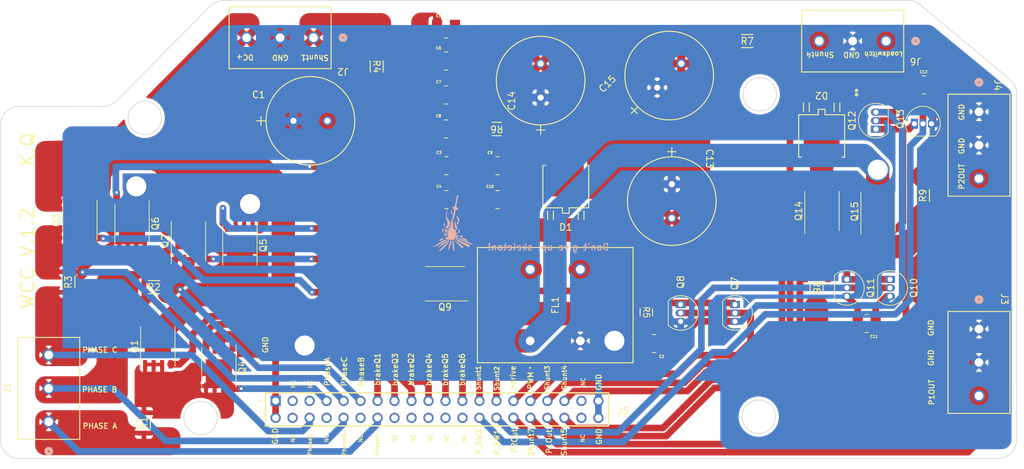
<source format=kicad_pcb>
(kicad_pcb (version 20211014) (generator pcbnew)
  (layers (0 "F.Cu" signal) (31 "B.Cu" signal) (34 "B.Paste" user) (35 "F.Paste" user) (36 "B.SilkS" user "B.Silkscreen") (37 "F.SilkS" user "F.Silkscreen") (38 "B.Mask" user) (39 "F.Mask" user) (44 "Edge.Cuts" user))
  (net 0 "")
  (net 1 "GND")
  (net 2 "Vdrive")
  (net 3 "Shunt2")
  (net 4 "Net-(C10-Pad1)")
  (net 5 "Net-(C3-Pad2)")
  (net 6 "Shunt3")
  (net 7 "PhaseA+")
  (net 8 "PhaseB+")
  (net 9 "PhaseC+")
  (net 11 "PWM_sig")
  (net 12 "PowerSW1")
  (net 13 "Shunt1")
  (net 14 "Shunt4")
  (net 15 "PowerSW2")
  (net 16 "Shunt5")
  (net 17 "Power1Out")
  (net 18 "Shunt7")
  (net 19 "Power2Out")
  (net 23 "Brake_Q3")
  (net 25 "Brake_Q6")
  (net 26 "PhaseA-")
  (net 28 "PhaseB-")
  (net 29 "PhaseC-")
  (net 30 "Brake_Q2")
  (net 32 "Brake_Q5")
  (net 34 "Brake_Q1")
  (net 36 "/R9_con")
  (net 37 "/D4_con")
  (net 38 "/DC+")
  (net 39 "/Loadswitch")
  (net 40 "/Q11_con")
  (net 41 "Brake_Q4")
  (net 44 "/Q6_drive")
  (net 45 "/Q11_drive")
  (net 46 "/Q12_drive")
  (net 47 "/FL1_con")
  (footprint "footprints:CAP_EEUFS2A151_PAN" (layer "F.Cu") (at 153.67 48.0822 90)
    (fp_text reference "C14")
    (fp_text value "EEUFS2A151" hide)
  )
  (footprint "footprints:CAPC3225X270N" (layer "F.Cu") (at 139.5274 52.7772)
    (fp_text reference "C8")
    (fp_text value "GRM32EC72A106KE05L")
  )
  (footprint "Package_TO_SOT_THT:TO-92_Inline" (layer "F.Cu") (at 209.55 51.9938)
    (fp_text reference "Q13")
    (fp_text value "2N5087")
  )
  (footprint "footprints:CAP_EEUFS2A151_PAN" (layer "F.Cu") (at 116.713 51.562)
    (fp_text reference "C1")
    (fp_text value "EEUFS2A151" hide)
  )
  (footprint "footprints:CAPC3225X270N" (layer "F.Cu") (at 139.5274 47.6972)
    (fp_text reference "C7")
    (fp_text value "GRM32EC72A106KE05L")
  )
  (footprint "footprints:DPAK_SBRD10200_6P6X6P1_SDS" (layer "F.Cu") (at 157.4292 61.4045)
    (fp_text reference "D1")
    (fp_text value "SBRD10200TR" hide)
  )
  (footprint "footprints:CAPC3225X270N" (layer "F.Cu") (at 139.5782 63.3476)
    (fp_text reference "C4")
    (fp_text value "GRM32EC72A106KE05L")
  )
  (footprint "Package_SO:PowerPAK_SO-8_Single" (layer "F.Cu") (at 84.7852 66.4252 90)
    (fp_text reference "Q3")
    (fp_text value "Si7336ADP")
  )
  (footprint "footprints:CONN_1935789_PXC" (layer "F.Cu") (at 219.201999 50.206899 -90)
    (fp_text reference "J4")
    (fp_text value "1935789" hide)
  )
  (footprint "footprints:CAPC3225X270N" (layer "F.Cu") (at 202.4162 81.888 180)
    (fp_text reference "C11")
    (fp_text value "GRM32EC72A106KE05L")
  )
  (footprint "footprints:DPAK_SBRD10200_6P6X6P1_SDS" (layer "F.Cu") (at 195.6816 53.8226 180)
    (fp_text reference "D2")
    (fp_text value "SBRD10200TR" hide)
  )
  (footprint "Package_TO_SOT_THT:TO-92_Inline" (layer "F.Cu") (at 182.7276 79.0448 -90)
    (fp_text reference "Q7")
    (fp_text value "2N5210")
  )
  (footprint "footprints:CAPC3225X270N" (layer "F.Cu") (at 210.9724 46.1772)
    (fp_text reference "C12")
    (fp_text value "GRM32EC72A106KE05L")
  )
  (footprint "Package_TO_SOT_THT:TO-92_Inline" (layer "F.Cu") (at 205.9012 75.298613 -90)
    (fp_text reference "Q10")
    (fp_text value "2N5210")
  )
  (footprint "Package_SO:PowerPAK_SO-8_Single" (layer "F.Cu") (at 105.5624 88.464 -90)
    (fp_text reference "Q4")
    (fp_text value "Si7336ADP")
  )
  (footprint "footprints:CONN_1935789_PXC" (layer "F.Cu") (at 119.719101 39.115999 180)
    (fp_text reference "J2")
    (fp_text value "1935789")
  )
  (footprint "Package_TO_SOT_THT:TO-92_Inline" (layer "F.Cu") (at 203.7842 52.8066 90)
    (fp_text reference "Q12")
    (fp_text value "2N5210")
  )
  (footprint "footprints:RES_1206_OHM" (layer "F.Cu") (at 184.5564 39.624)
    (fp_text reference "R7")
    (fp_text value "MCS1632R010FER")
  )
  (footprint "footprints:CAPC3225X270N" (layer "F.Cu") (at 139.5274 42.6172)
    (fp_text reference "C6")
    (fp_text value "GRM32EC72A106KE05L")
  )
  (footprint "footprints:CAPC3225X270N" (layer "F.Cu") (at 147.2184 58.2676)
    (fp_text reference "C9")
    (fp_text value "GRM32EC72A106KE05L")
  )
  (footprint "Package_TO_SOT_THT:TO-92_Inline" (layer "F.Cu") (at 174.5996 79.0448 -90)
    (fp_text reference "Q8")
    (fp_text value "2N5087")
  )
  (footprint "Package_TO_SOT_THT:TO-92_Inline" (layer "F.Cu") (at 199.4452 75.284 -90)
    (fp_text reference "Q11")
    (fp_text value "2N5087")
  )
  (footprint "footprints:CONN_1935789_PXC" (layer "F.Cu") (at 205.317101 39.623999 180)
    (fp_text reference "J6")
    (fp_text value "1935789")
  )
  (footprint "footprints:bonfire" (layer "F.Cu") (at 140.462 67.2084)
    (fp_text reference "G***" hide)
    (fp_text value "LOGO" hide)
  )
  (footprint "Package_SO:PowerPAK_SO-8_Single" (layer "F.Cu") (at 108.712 70.2014 -90)
    (fp_text reference "Q5")
    (fp_text value "Si7336ADP")
  )
  (footprint "footprints:CONN_1935789_PXC" (layer "F.Cu") (at 80.137001 96.605101 90)
    (fp_text reference "J1")
    (fp_text value "1935789" hide)
  )
  (footprint "footprints:CAP_EEUFS2A151_PAN" (layer "F.Cu") (at 173.2788 61.0362 -90)
    (fp_text reference "C13")
    (fp_text value "EEUFS2A151" hide)
  )
  (footprint "footprints:RES_1206_OHM" (layer "F.Cu") (at 129.159 43.434 -90)
    (fp_text reference "R4")
    (fp_text value "MCS1632R010FER")
  )
  (footprint "footprints:CAP_EEUFS2A151_PAN" (layer "F.Cu") (at 171.0944 46.5836 45)
    (fp_text reference "C15")
    (fp_text value "EEUFS2A151" hide)
  )
  (footprint "footprints:RES_1206_OHM" (layer "F.Cu") (at 95.8824 76.454)
    (fp_text reference "R2")
    (fp_text value "MCS1632R010FER")
  )
  (footprint "footprints:CONN_1935789_PXC" (layer "F.Cu") (at 219.201999 82.718899 -90)
    (fp_text reference "J3")
    (fp_text value "1935789" hide)
  )
  (footprint "footprints:SAMTEC_ESQ-120-XX-X-D-XX" (layer "F.Cu") (at 138.176 94.742 180)
    (fp_text reference "J5")
    (fp_text value "ESQ-120-XX-X-D-XX")
  )
  (footprint "footprints:RES_1206_OHM" (layer "F.Cu") (at 94.361 96.774 90)
    (fp_text reference "R1")
    (fp_text value "MCS1632R010FER")
  )
  (footprint "footprints:RES_1206_OHM" (layer "F.Cu") (at 194.9196 76.454 -90)
    (fp_text reference "R8")
    (fp_text value "MCS1632R010FER")
  )
  (footprint "Package_SO:PowerPAK_SO-8_Single" (layer "F.Cu") (at 92.583 66.9375 -90)
    (fp_text reference "Q6")
    (fp_text value "Si7336ADP")
  )
  (footprint "footprints:RES_1206_OHM" (layer "F.Cu") (at 83.058 75.692 90)
    (fp_text reference "R3")
    (fp_text value "MCS1632R010FER")
  )
  (footprint "footprints:CAPC3225X270N" (layer "F.Cu") (at 139.5782 58.2676)
    (fp_text reference "C3")
    (fp_text value "GRM32EC72A106KE05L")
  )
  (footprint "footprints:RC1206N_VIS" (layer "F.Cu") (at 169.4732 80.2132 -90)
    (fp_text reference "R5")
    (fp_text value "CRCW12061M00FKEA" hide)
  )
  (footprint "footprints:CAPC3225X270N" (layer "F.Cu") (at 170.6372 84.8868 180)
    (fp_text reference "C2")
    (fp_text value "GRM32EC72A106KE05L")
  )
  (footprint "Package_SO:PowerPAK_SO-8_Single" (layer "F.Cu") (at 101.0158 69.5748 90)
    (fp_text reference "Q2")
    (fp_text value "Si7336ADP")
  )
  (footprint "Package_SO:PowerPAK_SO-8_Single" (layer "F.Cu") (at 139.374 75.946 180)
    (fp_text reference "Q9")
    (fp_text value "Si7336ADP")
  )
  (footprint "footprints:LIND_1-4_2-3_WE-CMBNC_TYPE-M_WRE" (layer "F.Cu") (at 152.1044 84.496401 90)
    (fp_text reference "FL1")
    (fp_text value "7448031002")
  )
  (footprint "footprints:CAPC3225X270N" (layer "F.Cu") (at 147.2184 63.3476)
    (fp_text reference "C10")
    (fp_text value "GRM32EC72A106KE05L")
  )
  (footprint "footprints:CAPC3225X270N" (layer "F.Cu") (at 139.5274 37.7952)
    (fp_text reference "C5")
    (fp_text value "GRM32EC72A106KE05L")
  )
  (footprint "Package_SO:PowerPAK_SO-8_Single" (layer "F.Cu") (at 195.7324 65.0536 90)
    (fp_text reference "Q14")
    (fp_text value "Si7336ADP")
  )
  (footprint "Package_SO:PowerPAK_SO-8_Single" (layer "F.Cu") (at 96.4438 85.3228 90)
    (fp_text reference "Q1")
    (fp_text value "Si7336ADP")
  )
  (footprint "Package_SO:PowerPAK_SO-8_Single" (layer "F.Cu") (at 204.1144 65.1256 90)
    (fp_text reference "Q15")
    (fp_text value "Si7336ADP")
  )
  (footprint "footprints:RES_1206_OHM" (layer "F.Cu") (at 210.82 62.738 90)
    (fp_text reference "R9")
    (fp_text value "MCS1632R010FER")
  )
  (footprint "footprints:RES_V1206_VIS" (layer "F.Cu") (at 147.1168 52.7812 180)
    (fp_text reference "R6")
    (fp_text value "CRCW12062R43FKEA")
  )
  (gr_arc (start 75.693108 102.105914) (mid 73.715412 101.286726) (end 72.896224 99.30903) (layer "Edge.Cuts") (width 0.1))
  (gr_line (start 72.895116 52.197) (end 72.896224 99.30903) (layer "Edge.Cuts") (width 0.1))
  (gr_arc (start 72.895116 52.197) (mid 73.714304 50.219304) (end 75.692 49.400116) (layer "Edge.Cuts") (width 0.1))
  (gr_arc (start 224.000026 45.518563) (mid 224.606315 46.425937) (end 224.819214 47.496259) (layer "Edge.Cuts") (width 0.1))
  (gr_circle (center 94.488 51.1302) (end 96.988 51.1302) (layer "Edge.Cuts") (width 0.1) (fill none))
  (gr_line (start 75.693108 102.105914) (end 222.020278 102.111031) (layer "Edge.Cuts") (width 0.1))
  (gr_arc (start 208.534944 33.528276) (mid 209.701888 33.759154) (end 210.693 34.417) (layer "Edge.Cuts") (width 0.1))
  (gr_arc (start 104.267 34.417) (mid 105.20088 33.760739) (end 106.318578 33.529302) (layer "Edge.Cuts") (width 0.1))
  (gr_circle (center 102.8338 96.0374) (end 105.3338 96.0374) (layer "Edge.Cuts") (width 0.1) (fill none))
  (gr_line (start 88.246392 49.403848) (end 75.692 49.400116) (layer "Edge.Cuts") (width 0.1))
  (gr_line (start 224.000026 45.518563) (end 210.693 34.417) (layer "Edge.Cuts") (width 0.1))
  (gr_circle (center 186.2728 95.8342) (end 188.7728 95.8342) (layer "Edge.Cuts") (width 0.1) (fill none))
  (gr_arc (start 90.297 48.514) (mid 89.364071 49.171796) (end 88.246392 49.403848) (layer "Edge.Cuts") (width 0.1))
  (gr_line (start 104.267 34.417) (end 90.297 48.514) (layer "Edge.Cuts") (width 0.1))
  (gr_line (start 208.534944 33.528276) (end 106.318578 33.529302) (layer "Edge.Cuts") (width 0.1))
  (gr_arc (start 224.817162 99.314147) (mid 223.997974 101.291843) (end 222.020278 102.111031) (layer "Edge.Cuts") (width 0.1))
  (gr_circle (center 186.4252 47.5996) (end 188.9252 47.5996) (layer "Edge.Cuts") (width 0.1) (fill none))
  (gr_line (start 224.817162 99.314147) (end 224.819214 47.496259) (layer "Edge.Cuts") (width 0.1))
  (gr_text "Don't give up, skeleton!" (at 154.8384 70.4596) (layer "B.SilkS") (effects (font (size 1 1)) (justify mirror)))
  (gr_text "DC+" (at 109.4486 42.037 180) (layer "F.SilkS") (effects (font (size 0.8 0.8))))
  (gr_text "PHASE A" (at 87.7824 97.2312) (layer "F.SilkS") (effects (font (size 0.8 0.8))))
  (gr_text "NC" (at 142.24 99.06 90) (layer "F.SilkS") (effects (font (size 0.6 0.6) (thickness 0.12))))
  (gr_text "GND" (at 162.3568 90.678 90) (layer "F.SilkS") (effects (font (size 0.8 0.8))))
  (gr_text "PWM" (at 152.1714 90.424 90) (layer "F.SilkS") (effects (font (size 0.8 0.8))))
  (gr_text "PhaseA-" (at 129.2098 99.7204 90) (layer "F.SilkS") (effects (font (size 0.6 0.6) (thickness 0.12))))
  (gr_text "GND" (at 200.152 41.6814 180) (layer "F.SilkS") (effects (font (size 0.8 0.8))))
  (gr_text "Shunt5" (at 157.1752 99.6188 90) (layer "F.SilkS") (effects (font (size 0.8 0.8))))
  (gr_text "NC" (at 134.62 99.06 90) (layer "F.SilkS") (effects (font (size 0.6 0.6) (thickness 0.12))))
  (gr_text "Shunt1" (at 144.3736 90.0176 90) (layer "F.SilkS") (effects (font (size 0.7 0.7))))
  (gr_text "GND" (at 114.7572 42.0878 180) (layer "F.SilkS") (effects (font (size 0.8 0.8))))
  (gr_text "P_SW2" (at 144.4244 99.6188 90) (layer "F.SilkS") (effects (font (size 0.8 0.8))))
  (gr_text "Shunt4" (at 195.453 41.656 180) (layer "F.SilkS") (effects (font (size 0.8 0.8))))
  (gr_text "Shunt2" (at 147.1168 90.1192 90) (layer "F.SilkS") (effects (font (size 0.7 0.7))))
  (gr_text "NC" (at 131.8768 99.06 90) (layer "F.SilkS") (effects (font (size 0.6 0.6) (thickness 0.12))))
  (gr_text "brakeQ5" (at 139.3952 88.7984 90) (layer "F.SilkS") (effects (font (size 0.8 0.8))))
  (gr_text "Vdrive" (at 149.5298 89.9922 90) (layer "F.SilkS") (effects (font (size 0.8 0.8))))
  (gr_text "P2OUT" (at 216.6112 59.8932 90) (layer "F.SilkS") (effects (font (size 0.8 0.8))))
  (gr_text "GND" (at 212.0392 82.55 90) (layer "F.SilkS") (effects (font (size 0.8 0.8))))
  (gr_text "GND" (at 216.6112 50.2666 90) (layer "F.SilkS") (effects (font (size 0.8 0.8))))
  (gr_text "PhaseC-" (at 119.1768 99.6442 90) (layer "F.SilkS") (effects (font (size 0.6 0.6) (thickness 0.12))))
  (gr_text "brakeQ3" (at 131.9276 88.7984 90) (layer "F.SilkS") (effects (font (size 0.8 0.8))))
  (gr_text "brakeQ4" (at 136.9568 88.7984 90) (layer "F.SilkS") (effects (font (size 0.8 0.8))))
  (gr_text "P1Out" (at 154.94 99.568 90) (layer "F.SilkS") (effects (font (size 0.8 0.8))))
  (gr_text "Shunt4" (at 157.226 89.9668 90) (layer "F.SilkS") (effects (font (size 0.7 0.7))))
  (gr_text "brakeQ6" (at 141.9352 88.7984 90) (layer "F.SilkS") (effects (font (size 0.8 0.8))))
  (gr_text "P1OUT" (at 212.1408 92.1766 90) (layer "F.SilkS") (effects (font (size 0.8 0.8))))
  (gr_text "GND" (at 212.0392 87.0204 90) (layer "F.SilkS") (effects (font (size 0.8 0.8))))
  (gr_text "PhaseB-" (at 124.3076 99.6696 90) (layer "F.SilkS") (effects (font (size 0.6 0.6) (thickness 0.12))))
  (gr_text "NC" (at 121.666 99.06 90) (layer "F.SilkS") (effects (font (size 0.6 0.6) (thickness 0.12))))
  (gr_text "Shunt1" (at 119.888 42.1132 180) (layer "F.SilkS") (effects (font (size 0.8 0.8))))
  (gr_text "GND" (at 162.4076 98.806 90) (layer "F.SilkS") (effects (font (size 0.8 0.8))))
  (gr_text "NC" (at 126.7714 99.06 90) (layer "F.SilkS") (effects (font (size 0.6 0.6) (thickness 0.12))))
  (gr_text "WCC V.1.2    K.Q" (at 76.962 66.548 90) (layer "F.SilkS") (effects (font (size 2 2) (thickness 0.25))))
  (gr_text "P2Out" (at 149.7584 99.4664 90) (layer "F.SilkS") (effects (font (size 0.8 0.8))))
  (gr_text "brakeQ2" (at 134.3152 88.7476 90) (layer "F.SilkS") (effects (font (size 0.8 0.8))))
  (gr_text "NC" (at 139.7 99.06 90) (layer "F.SilkS") (effects (font (size 0.6 0.6) (thickness 0.12))))
  (gr_text "NC" (at 137.16 99.06 90) (layer "F.SilkS") (effects (font (size 0.6 0.6) (thickness 0.12))))
  (gr_text "GND" (at 216.6112 55.3212 90) (layer "F.SilkS") (effects (font (size 0.8 0.8))))
  (gr_text "P_SW1" (at 147.1168 99.6696 90) (layer "F.SilkS") (effects (font (size 0.8 0.8))))
  (gr_text "GND" (at 112.522 85.09 90) (layer "F.SilkS") (effects (font (size 0.8 0.8))))
  (gr_text "NC" (at 159.9692 99.06 90) (layer "F.SilkS") (effects (font (size 0.6 0.6) (thickness 0.12))))
  (gr_text "GND" (at 113.9952 98.7552 90) (layer "F.SilkS") (effects (font (size 0.8 0.8))))
  (gr_text "PHASE C" (at 87.7824 85.852) (layer "F.SilkS") (effects (font (size 0.8 0.8))))
  (gr_text "PhaseB" (at 126.8476 89.1032 90) (layer "F.SilkS") (effects (font (size 0.8 0.8))))
  (gr_text "Shunt7" (at 152.2476 99.6696 90) (layer "F.SilkS") (effects (font (size 0.8 0.8))))
  (gr_text "brakeQ1" (at 129.286 88.7476 90) (layer "F.SilkS") (effects (font (size 0.8 0.8))))
  (gr_text "Shunt3" (at 154.6606 90.0176 90) (layer "F.SilkS") (effects (font (size 0.7 0.7))))
  (gr_text "PHASE B" (at 87.7316 91.7956) (layer "F.SilkS") (effects (font (size 0.8 0.8))))
  (gr_text "NC" (at 116.6622 90.9574 90) (layer "F.SilkS") (effects (font (size 0.6 0.6) (thickness 0.12))))
  (gr_text "NC" (at 119.2276 90.9828 90) (layer "F.SilkS") (effects (font (size 0.6 0.6) (thickness 0.12))))
  (gr_text "PhaseA" (at 121.7676 89.1032 90) (layer "F.SilkS") (effects (font (size 0.8 0.8))))
  (gr_text "NC" (at 160.02 90.6272 90) (layer "F.SilkS") (effects (font (size 0.6 0.6) (thickness 0.12))))
  (gr_text "Loadswitch" (at 204.9272 41.5798 180) (layer "F.SilkS") (effects (font (size 0.7 0.7))))
  (gr_text "PhaseC" (at 124.3076 89.1032 90) (layer "F.SilkS") (effects (font (size 0.8 0.8))))
  (gr_text "NC" (at 116.6368 99.06 90) (layer "F.SilkS") (effects (font (size 0.6 0.6) (thickness 0.12))))
  (segment (start 201.0752 81.888) (end 201.0752 79.454) (width 1) (layer "F.Cu") (net 1))
  (segment (start 114.046 96.012) (end 114.046 85.7504) (width 1) (layer "F.Cu") (net 1))
  (segment (start 114.719101 39.115999) (end 114.719101 49.568101) (width 3.5) (layer "F.Cu") (net 1))
  (segment (start 164.677599 84.496401) (end 164.6936 84.4804) (width 3.5) (layer "F.Cu") (net 1))
  (segment (start 155.3464 80.4164) (end 146.3744 80.4164) (width 3.5) (layer "F.Cu") (net 1))
  (segment (start 169.2962 84.8868) (end 169.2962 81.792998) (width 1) (layer "F.Cu") (net 1))
  (segment (start 165.881602 81.615998) (end 164.6936 82.804) (width 1) (layer "F.Cu") (net 1))
  (segment (start 212.3134 51.7704) (end 212.3134 46.1772) (width 1) (layer "F.Cu") (net 1))
  (segment (start 174.568402 81.615998) (end 174.5996 81.5848) (width 1) (layer "F.Cu") (net 1))
  (segment (start 169.2962 81.792998) (end 169.4732 81.615998) (width 1) (layer "F.Cu") (net 1))
  (segment (start 160.6296 80.4164) (end 155.3464 80.4164) (width 3.5) (layer "F.Cu") (net 1))
  (segment (start 203.847699 87.718899) (end 219.201999 87.718899) (width 1) (layer "F.Cu") (net 1))
  (segment (start 169.4732 81.615998) (end 165.881602 81.615998) (width 1) (layer "F.Cu") (net 1))
  (segment (start 201.0752 79.454) (end 199.4452 77.824) (width 1) (layer "F.Cu") (net 1))
  (segment (start 164.6936 82.804) (end 164.6936 84.4804) (width 1) (layer "F.Cu") (net 1))
  (segment (start 114.719101 49.568101) (end 116.713 51.562) (width 3.5) (layer "F.Cu") (net 1))
  (segment (start 146.3744 80.4164) (end 142.5422 76.5842) (width 3.5) (layer "F.Cu") (net 1))
  (segment (start 169.4732 81.615998) (end 174.568402 81.615998) (width 1) (layer "F.Cu") (net 1))
  (segment (start 164.6936 84.4804) (end 160.6296 80.4164) (width 3.5) (layer "F.Cu") (net 1))
  (segment (start 212.09 51.9938) (end 212.3134 51.7704) (width 1) (layer "F.Cu") (net 1))
  (segment (start 201.0752 81.888) (end 201.0752 84.9464) (width 1) (layer "F.Cu") (net 1))
  (segment (start 114.046 85.7504) (end 114.7318 85.0646) (width 1) (layer "F.Cu") (net 1))
  (segment (start 201.0752 84.9464) (end 203.847699 87.718899) (width 1) (layer "F.Cu") (net 1))
  (via (at 110.236 64.008) (size 3.5) (drill 3) (layers "F.Cu" "B.Cu") (net 1))
  (via (at 93.218 61.3664) (size 3.5) (drill 3) (layers "F.Cu" "B.Cu") (net 1))
  (via (at 118.3894 85.1916) (size 3.5) (drill 3) (layers "F.Cu" "B.Cu") (net 1))
  (via (at 164.6936 84.4804) (size 3.5) (drill 3) (layers "F.Cu" "B.Cu") (net 1))
  (segment (start 162.306 93.472) (end 162.306 96.012) (width 1) (layer "B.Cu") (net 1))
  (segment (start 162.306 86.868) (end 164.6936 84.4804) (width 1) (layer "B.Cu") (net 1))
  (segment (start 162.306 93.472) (end 162.306 86.868) (width 1) (layer "B.Cu") (net 1))
  (segment (start 203.7572 81.888) (end 203.7572 79.4528) (width 1) (layer "F.Cu") (net 2))
  (segment (start 203.7572 79.4528) (end 205.371387 77.838613) (width 1) (layer "F.Cu") (net 2))
  (segment (start 173.7868 84.8868) (end 171.9782 84.8868) (width 1) (layer "F.Cu") (net 2))
  (segment (start 154.9706 88.1074) (end 149.606 93.472) (width 1) (layer "F.Cu") (net 2))
  (segment (start 177.0888 81.5848) (end 173.7868 84.8868) (width 1) (layer "F.Cu") (net 2))
  (segment (start 205.371387 77.838613) (end 205.9012 77.838613) (width 1) (layer "F.Cu") (net 2))
  (segment (start 209.6314 46.1772) (end 209.6314 47.188) (width 1) (layer "F.Cu") (net 2))
  (segment (start 171.9782 84.8868) (end 171.9782 87.2542) (width 1) (layer "F.Cu") (net 2))
  (segment (start 171.125 88.1074) (end 154.9706 88.1074) (width 1) (layer "F.Cu") (net 2))
  (segment (start 171.9782 87.2542) (end 171.125 88.1074) (width 1) (layer "F.Cu") (net 2))
  (segment (start 209.6314 47.188) (end 206.5528 50.2666) (width 1) (layer "F.Cu") (net 2))
  (segment (start 206.5528 50.2666) (end 203.7842 50.2666) (width 1) (layer "F.Cu") (net 2))
  (segment (start 182.7276 81.5848) (end 177.0888 81.5848) (width 1) (layer "F.Cu") (net 2))
  (segment (start 183.642 81.5848) (end 182.7276 81.5848) (width 1) (layer "B.Cu") (net 2))
  (segment (start 205.5342 50.2666) (end 203.7842 50.2666) (width 1) (layer "B.Cu") (net 2))
  (segment (start 207.7212 77.800418) (end 207.7212 52.4536) (width 1) (layer "B.Cu") (net 2))
  (segment (start 207.7212 52.4536) (end 205.5342 50.2666) (width 1) (layer "B.Cu") (net 2))
  (segment (start 204.542613 79.1972) (end 206.324418 79.1972) (width 1) (layer "B.Cu") (net 2))
  (segment (start 204.542613 79.1972) (end 186.0296 79.1972) (width 1) (layer "B.Cu") (net 2))
  (segment (start 206.324418 79.1972) (end 207.7212 77.800418) (width 1) (layer "B.Cu") (net 2))
  (segment (start 186.0296 79.1972) (end 183.642 81.5848) (width 1) (layer "B.Cu") (net 2))
  (segment (start 205.9012 77.838613) (end 204.542613 79.1972) (width 1) (layer "B.Cu") (net 2))
  (segment (start 131.6736 78.74) (end 131.6736 48.822801) (width 3.5) (layer "F.Cu") (net 3))
  (segment (start 147.246401 84.496401) (end 137.430001 84.496401) (width 3.5) (layer "F.Cu") (net 3))
  (segment (start 121.793 51.562) (end 123.676601 51.562) (width 3.5) (layer "F.Cu") (net 3))
  (segment (start 123.676601 51.562) (end 128.9304 46.308201) (width 3.5) (layer "F.Cu") (net 3))
  (segment (start 152.1044 84.496401) (end 149.418801 84.496401) (width 3.5) (layer "F.Cu") (net 3))
  (segment (start 149.418801 84.496401) (end 147.246401 84.496401) (width 3.5) (layer "F.Cu") (net 3))
  (segment (start 131.6736 48.822801) (end 129.159 46.308201) (width 3.5) (layer "F.Cu") (net 3))
  (segment (start 147.066 93.472) (end 147.066 84.676802) (width 1) (layer "F.Cu") (net 3))
  (segment (start 137.430001 84.496401) (end 131.6736 78.74) (width 3.5) (layer "F.Cu") (net 3))
  (segment (start 204.0636 58.8772) (end 204.0636 64.3848) (width 3.5) (layer "F.Cu") (net 3))
  (segment (start 147.066 84.676802) (end 147.246401 84.496401) (width 1) (layer "F.Cu") (net 3))
  (segment (start 204.0636 64.3848) (end 204.1144 64.4356) (width 3.5) (layer "F.Cu") (net 3))
  (via (at 204.0636 58.8772) (size 3.5) (drill 3) (layers "F.Cu" "B.Cu") (net 3))
  (segment (start 201.93 56.7436) (end 204.0636 58.8772) (width 3.5) (layer "B.Cu") (net 3))
  (segment (start 155.8036 65.6336) (end 164.6936 56.7436) (width 3.5) (layer "B.Cu") (net 3))
  (segment (start 164.6936 56.7436) (end 201.93 56.7436) (width 3.5) (layer "B.Cu") (net 3))
  (segment (start 152.1044 84.496401) (end 155.8036 80.797201) (width 3.5) (layer "B.Cu") (net 3))
  (segment (start 155.8036 80.797201) (end 155.8036 65.6336) (width 3.5) (layer "B.Cu") (net 3))
  (segment (start 176.5808 66.1162) (end 185.7502 66.1162) (width 1) (layer "F.Cu") (net 6))
  (segment (start 189.7424 70.1084) (end 189.7424 85.2634) (width 1) (layer "F.Cu") (net 6))
  (segment (start 189.7424 85.2634) (end 187.0964 87.9094) (width 1) (layer "F.Cu") (net 6))
  (segment (start 181.682199 39.624) (end 163.83 39.624) (width 3.5) (layer "F.Cu") (net 6))
  (segment (start 175.112562 90.7796) (end 157.3784 90.7796) (width 1) (layer "F.Cu") (net 6))
  (segment (start 157.3784 90.7796) (end 154.686 93.472) (width 1) (layer "F.Cu") (net 6))
  (segment (start 187.0964 87.9094) (end 177.982762 87.9094) (width 1) (layer "F.Cu") (net 6))
  (segment (start 177.982762 87.9094) (end 175.112562 90.7796) (width 1) (layer "F.Cu") (net 6))
  (segment (start 185.7502 66.1162) (end 189.7424 70.1084) (width 1) (layer "F.Cu") (net 6))
  (segment (start 163.83 39.624) (end 163.068 40.386) (width 3.5) (layer "F.Cu") (net 6))
  (segment (start 108.9152 91.6432) (end 107.8516 91.6432) (width 1) (layer "F.Cu") (net 7))
  (segment (start 107.8516 91.6432) (end 107.4674 91.259) (width 1) (layer "F.Cu") (net 7))
  (via (at 108.9152 91.6432) (size 0.8) (drill 0.4) (layers "F.Cu" "B.Cu") (net 7))
  (segment (start 108.9152 91.6432) (end 119.8372 91.6432) (width 1) (layer "B.Cu") (net 7))
  (segment (start 119.8372 91.6432) (end 121.666 93.472) (width 1) (layer "B.Cu") (net 7))
  (via (at 99.7712 76.8096) (size 0.8) (drill 0.4) (layers "F.Cu" "B.Cu") (net 8))
  (segment (start 121.793 88.519) (end 126.746 93.472) (width 1) (layer "B.Cu") (net 8))
  (segment (start 111.4806 88.519) (end 121.793 88.519) (width 1) (layer "B.Cu") (net 8))
  (segment (start 99.7712 76.8096) (end 111.4806 88.519) (width 1) (layer "B.Cu") (net 8))
  (via (at 85.1916 74.2188) (size 0.8) (drill 0.4) (layers "F.Cu" "B.Cu") (net 9))
  (segment (start 107.569 90.0938) (end 120.8278 90.0938) (width 1) (layer "B.Cu") (net 9))
  (segment (start 85.1916 74.2188) (end 91.694 74.2188) (width 1) (layer "B.Cu") (net 9))
  (segment (start 120.8278 90.0938) (end 124.206 93.472) (width 1) (layer "B.Cu") (net 9))
  (segment (start 91.694 74.2188) (end 107.569 90.0938) (width 1) (layer "B.Cu") (net 9))
  (segment (start 176.8602 86.6394) (end 174.0916 89.408) (width 1) (layer "F.Cu") (net 11))
  (segment (start 183.0578 86.6394) (end 176.8602 86.6394) (width 1) (layer "F.Cu") (net 11))
  (segment (start 182.7276 80.3148) (end 174.5996 80.3148) (width 1) (layer "F.Cu") (net 11))
  (segment (start 185.0644 80.8736) (end 185.0644 84.6328) (width 1) (layer "F.Cu") (net 11))
  (segment (start 182.7276 80.3148) (end 184.5056 80.3148) (width 1) (layer "F.Cu") (net 11))
  (segment (start 174.0916 89.408) (end 156.21 89.408) (width 1) (layer "F.Cu") (net 11))
  (segment (start 185.0644 84.6328) (end 183.0578 86.6394) (width 1) (layer "F.Cu") (net 11))
  (segment (start 184.5056 80.3148) (end 185.0644 80.8736) (width 1) (layer "F.Cu") (net 11))
  (segment (start 156.21 89.408) (end 152.146 93.472) (width 1) (layer "F.Cu") (net 11))
  (segment (start 199.4452 76.554) (end 205.886587 76.554) (width 1) (layer "F.Cu") (net 12))
  (segment (start 205.886587 76.554) (end 205.9012 76.568613) (width 1) (layer "F.Cu") (net 12))
  (segment (start 149.1996 98.1456) (end 147.066 96.012) (width 1) (layer "B.Cu") (net 12))
  (segment (start 179.5796 76.554) (end 177.6984 78.4352) (width 1) (layer "B.Cu") (net 12))
  (segment (start 177.6984 78.4352) (end 177.6984 85.6996) (width 1) (layer "B.Cu") (net 12))
  (segment (start 199.4452 76.554) (end 179.5796 76.554) (width 1) (layer "B.Cu") (net 12))
  (segment (start 177.6984 85.6996) (end 165.2524 98.1456) (width 1) (layer "B.Cu") (net 12))
  (segment (start 165.2524 98.1456) (end 149.1996 98.1456) (width 1) (layer "B.Cu") (net 12))
  (segment (start 129.2204 79.756148) (end 129.2204 60.8944) (width 1) (layer "F.Cu") (net 13))
  (segment (start 124.968 56.642) (end 120.2944 56.642) (width 1) (layer "F.Cu") (net 13))
  (segment (start 144.526 93.472) (end 144.526 89.692801) (width 1) (layer "F.Cu") (net 13))
  (segment (start 141.7828 86.949601) (end 136.413853 86.949601) (width 1) (layer "F.Cu") (net 13))
  (segment (start 120.2944 56.642) (end 119.2276 55.5752) (width 1) (layer "F.Cu") (net 13))
  (segment (start 119.2276 55.5752) (end 119.2276 41.8592) (width 1) (layer "F.Cu") (net 13))
  (segment (start 136.413853 86.949601) (end 129.2204 79.756148) (width 1) (layer "F.Cu") (net 13))
  (segment (start 119.2276 41.8592) (end 119.719101 41.367699) (width 1) (layer "F.Cu") (net 13))
  (segment (start 129.2204 60.8944) (end 124.968 56.642) (width 1) (layer "F.Cu") (net 13))
  (segment (start 144.526 89.692801) (end 141.7828 86.949601) (width 1) (layer "F.Cu") (net 13))
  (segment (start 178.481144 89.1126) (end 175.610944 91.9828) (width 1) (layer "F.Cu") (net 14))
  (segment (start 195.317101 39.623999) (end 190.9064 39.624) (width 3.5) (layer "F.Cu") (net 14))
  (segment (start 190.9456 48.352248) (end 190.9456 85.7874) (width 1) (layer "F.Cu") (net 14))
  (segment (start 190.9064 39.624) (end 187.430601 39.624) (width 3.5) (layer "F.Cu") (net 14))
  (segment (start 190.9424 48.349048) (end 190.9456 48.352248) (width 1) (layer "F.Cu") (net 14))
  (segment (start 190.9456 46.313552) (end 190.9424 46.316752) (width 1) (layer "F.Cu") (net 14))
  (segment (start 187.6204 89.1126) (end 178.481144 89.1126) (width 1) (layer "F.Cu") (net 14))
  (segment (start 190.9064 39.624) (end 190.9456 39.6632) (width 1) (layer "F.Cu") (net 14))
  (segment (start 158.7152 91.9828) (end 157.226 93.472) (width 1) (layer "F.Cu") (net 14))
  (segment (start 190.9456 39.6632) (end 190.9456 46.313552) (width 1) (layer "F.Cu") (net 14))
  (segment (start 175.610944 91.9828) (end 158.7152 91.9828) (width 1) (layer "F.Cu") (net 14))
  (segment (start 190.9456 85.7874) (end 187.6204 89.1126) (width 1) (layer "F.Cu") (net 14))
  (segment (start 190.9424 46.316752) (end 190.9424 48.349048) (width 1) (layer "F.Cu") (net 14))
  (segment (start 210.82 50.5824) (end 210.82 51.9938) (width 1) (layer "F.Cu") (net 15))
  (segment (start 210.1994 49.9618) (end 210.82 50.5824) (width 1) (layer "F.Cu") (net 15))
  (segment (start 203.7842 51.5366) (end 207.264 51.5366) (width 1) (layer "F.Cu") (net 15))
  (segment (start 208.8388 49.9618) (end 210.1994 49.9618) (width 1) (layer "F.Cu") (net 15))
  (segment (start 207.264 51.5366) (end 208.8388 49.9618) (width 1) (layer "F.Cu") (net 15))
  (segment (start 166.0144 99.6188) (end 148.1328 99.6188) (width 1) (layer "B.Cu") (net 15))
  (segment (start 210.82 51.9938) (end 210.82 53.4162) (width 1) (layer "B.Cu") (net 15))
  (segment (start 179.435218 86.197982) (end 166.0144 99.6188) (width 1) (layer "B.Cu") (net 15))
  (segment (start 208.9244 55.3118) (end 208.9244 78.2988) (width 1) (layer "B.Cu") (net 15))
  (segment (start 148.1328 99.6188) (end 144.526 96.012) (width 1) (layer "B.Cu") (net 15))
  (segment (start 181.568818 86.197982) (end 179.435218 86.197982) (width 1) (layer "B.Cu") (net 15))
  (segment (start 208.9244 78.2988) (end 206.7052 80.518) (width 1) (layer "B.Cu") (net 15))
  (segment (start 210.82 53.4162) (end 208.9244 55.3118) (width 1) (layer "B.Cu") (net 15))
  (segment (start 187.2488 80.518) (end 181.568818 86.197982) (width 1) (layer "B.Cu") (net 15))
  (segment (start 206.7052 80.518) (end 187.2488 80.518) (width 1) (layer "B.Cu") (net 15))
  (segment (start 194.9196 73.579799) (end 193.171001 73.579799) (width 1) (layer "F.Cu") (net 16))
  (segment (start 179.1716 90.3158) (end 171.9546 97.5328) (width 1) (layer "F.Cu") (net 16))
  (segment (start 171.7548 97.536) (end 158.75 97.536) (width 1) (layer "F.Cu") (net 16))
  (segment (start 192.4304 74.3204) (end 192.4304 86.004182) (width 1) (layer "F.Cu") (net 16))
  (segment (start 188.118782 90.3158) (end 179.1716 90.3158) (width 1) (layer "F.Cu") (net 16))
  (segment (start 192.4304 86.004182) (end 188.118782 90.3158) (width 1) (layer "F.Cu") (net 16))
  (segment (start 158.75 97.536) (end 157.226 96.012) (width 1) (layer "F.Cu") (net 16))
  (segment (start 171.9546 97.5328) (end 171.758 97.5328) (width 1) (layer "F.Cu") (net 16))
  (segment (start 193.171001 73.579799) (end 192.4304 74.3204) (width 1) (layer "F.Cu") (net 16))
  (segment (start 219.201999 92.718899) (end 197.925699 92.718899) (width 3.5) (layer "F.Cu") (net 17))
  (segment (start 188.610673 91.525491) (end 179.663491 91.525491) (width 1) (layer "F.Cu") (net 17))
  (segment (start 194.9196 89.7128) (end 194.9196 79.328201) (width 3.5) (layer "F.Cu") (net 17))
  (segment (start 172.449782 98.7392) (end 157.4132 98.7392) (width 1) (layer "F.Cu") (net 17))
  (segment (start 194.9196 89.7128) (end 190.423364 89.7128) (width 1) (layer "F.Cu") (net 17))
  (segment (start 190.423364 89.7128) (end 188.610673 91.525491) (width 1) (layer "F.Cu") (net 17))
  (segment (start 197.925699 92.718899) (end 194.9196 89.7128) (width 3.5) (layer "F.Cu") (net 17))
  (segment (start 179.663491 91.525491) (end 172.449782 98.7392) (width 1) (layer "F.Cu") (net 17))
  (segment (start 157.4132 98.7392) (end 154.686 96.012) (width 1) (layer "F.Cu") (net 17))
  (segment (start 208.2712 70.3838) (end 208.2744 70.3806) (width 3.5) (layer "F.Cu") (net 18))
  (segment (start 203.4794 70.102) (end 203.4794 68.2938) (width 3.5) (layer "F.Cu") (net 18))
  (segment (start 203.4794 70.102) (end 203.7612 70.3838) (width 3.5) (layer "F.Cu") (net 18))
  (segment (start 220.218 85.6488) (end 222.3168 87.7476) (width 1) (layer "F.Cu") (net 18))
  (segment (start 217.075218 99.9424) (end 156.0764 99.9424) (width 1) (layer "F.Cu") (net 18))
  (segment (start 203.7612 70.3838) (end 208.2712 70.3838) (width 3.5) (layer "F.Cu") (net 18))
  (segment (start 222.3168 94.700818) (end 217.075218 99.9424) (width 1) (layer "F.Cu") (net 18))
  (segment (start 222.3168 87.7476) (end 222.3168 94.700818) (width 1) (layer "F.Cu") (net 18))
  (segment (start 208.2744 70.3806) (end 208.2744 81.5792) (width 1) (layer "F.Cu") (net 18))
  (segment (start 208.2744 70.3806) (end 210.82 67.835) (width 3.5) (layer "F.Cu") (net 18))
  (segment (start 156.0764 99.9424) (end 152.146 96.012) (width 1) (layer "F.Cu") (net 18))
  (segment (start 212.344 85.6488) (end 220.218 85.6488) (width 1) (layer "F.Cu") (net 18))
  (segment (start 208.2744 81.5792) (end 212.344 85.6488) (width 1) (layer "F.Cu") (net 18))
  (segment (start 210.82 67.835) (end 210.82 65.612201) (width 3.5) (layer "F.Cu") (net 18))
  (segment (start 209.4776 72.646749) (end 213.2732 68.851149) (width 1) (layer "F.Cu") (net 19))
  (segment (start 220.2688 79.8576) (end 211.3788 79.8576) (width 1) (layer "F.Cu") (net 19))
  (segment (start 209.4776 77.9564) (end 209.4776 72.646749) (width 1) (layer "F.Cu") (net 19))
  (segment (start 223.52 83.1088) (end 220.2688 79.8576) (width 1) (layer "F.Cu") (net 19))
  (segment (start 213.2732 60.022798) (end 213.432199 59.863799) (width 1) (layer "F.Cu") (net 19))
  (segment (start 211.3788 79.8576) (end 209.4776 77.9564) (width 1) (layer "F.Cu") (net 19))
  (segment (start 218.858899 59.863799) (end 219.201999 60.206899) (width 3.5) (layer "F.Cu") (net 19))
  (segment (start 149.606 96.012) (end 154.7396 101.1456) (width 1) (layer "F.Cu") (net 19))
  (segment (start 223.52 95.1992) (end 223.52 83.1088) (width 1) (layer "F.Cu") (net 19))
  (segment (start 213.2732 68.851149) (end 213.2732 60.022798) (width 1) (layer "F.Cu") (net 19))
  (segment (start 213.432199 59.863799) (end 218.858899 59.863799) (width 3.5) (layer "F.Cu") (net 19))
  (segment (start 217.5736 101.1456) (end 223.52 95.1992) (width 1) (layer "F.Cu") (net 19))
  (segment (start 213.432199 59.863799) (end 210.894326 59.863799) (width 3.5) (layer "F.Cu") (net 19))
  (segment (start 154.7396 101.1456) (end 217.5736 101.1456) (width 1) (layer "F.Cu") (net 19))
  (segment (start 134.366 93.472) (end 134.366 91.708076) (width 1) (layer "F.Cu") (net 23))
  (segment (start 86.6902 69.0952) (end 88.196 69.0952) (width 1) (layer "F.Cu") (net 23))
  (segment (start 124.4076 81.749676) (end 124.4076 78.7908) (width 1) (layer "F.Cu") (net 23))
  (segment (start 123.2408 77.216) (end 119.4816 77.216) (width 1) (layer "F.Cu") (net 23))
  (segment (start 124.4076 78.3828) (end 123.2408 77.216) (width 1) (layer "F.Cu") (net 23))
  (segment (start 125.341962 82.684038) (end 124.4076 81.749676) (width 1) (layer "F.Cu") (net 23))
  (segment (start 134.366 91.708076) (end 125.341962 82.684038) (width 1) (layer "F.Cu") (net 23))
  (segment (start 124.4076 78.7908) (end 124.4076 78.3828) (width 1) (layer "F.Cu") (net 23))
  (segment (start 88.196 69.0952) (end 88.2904 69.1896) (width 1) (layer "F.Cu") (net 23))
  (via (at 88.2904 69.1896) (size 0.8) (drill 0.4) (layers "F.Cu" "B.Cu") (net 23))
  (via (at 119.4816 77.216) (size 0.8) (drill 0.4) (layers "F.Cu" "B.Cu") (net 23))
  (segment (start 103.2764 75.3872) (end 117.6528 75.3872) (width 1) (layer "B.Cu") (net 23))
  (segment (start 117.6528 75.3872) (end 119.4816 77.216) (width 1) (layer "B.Cu") (net 23))
  (segment (start 88.2904 69.1896) (end 97.0788 69.1896) (width 1) (layer "B.Cu") (net 23))
  (segment (start 97.0788 69.1896) (end 103.2764 75.3872) (width 1) (layer "B.Cu") (net 23))
  (segment (start 141.986 93.472) (end 141.986 90.17) (width 1) (layer "F.Cu") (net 25))
  (segment (start 90.2716 62.2808) (end 90.2716 63.8611) (width 1) (layer "F.Cu") (net 25))
  (segment (start 135.928661 88.165991) (end 128.0172 80.25453) (width 1) (layer "F.Cu") (net 25))
  (segment (start 90.2716 63.8611) (end 90.678 64.2675) (width 1) (layer "F.Cu") (net 25))
  (segment (start 125.044418 58.42) (end 119.126 58.42) (width 1) (layer "F.Cu") (net 25))
  (segment (start 128.0172 61.392782) (end 125.044418 58.42) (width 1) (layer "F.Cu") (net 25))
  (segment (start 139.981991 88.165991) (end 135.928661 88.165991) (width 1) (layer "F.Cu") (net 25))
  (segment (start 141.986 90.17) (end 139.981991 88.165991) (width 1) (layer "F.Cu") (net 25))
  (segment (start 128.0172 80.25453) (end 128.0172 61.392782) (width 1) (layer "F.Cu") (net 25))
  (via (at 119.126 58.42) (size 0.8) (drill 0.4) (layers "F.Cu" "B.Cu") (net 25))
  (via (at 90.2716 62.2808) (size 0.8) (drill 0.4) (layers "F.Cu" "B.Cu") (net 25))
  (segment (start 90.17 62.1792) (end 90.17 58.42) (width 1) (layer "B.Cu") (net 25))
  (segment (start 90.2716 62.2808) (end 90.17 62.1792) (width 1) (layer "B.Cu") (net 25))
  (segment (start 90.17 58.42) (end 119.126 58.42) (width 1) (layer "B.Cu") (net 25))
  (segment (start 125.1712 101.0412) (end 84.5731 101.0412) (width 1) (layer "B.Cu") (net 26))
  (segment (start 84.5731 101.0412) (end 80.137001 96.605101) (width 1) (layer "B.Cu") (net 26))
  (segment (start 129.286 96.9264) (end 125.1712 101.0412) (width 1) (layer "B.Cu") (net 26))
  (segment (start 129.286 96.012) (end 129.286 96.9264) (width 1) (layer "B.Cu") (net 26))
  (segment (start 121.666 99.4664) (end 124.206 96.9264) (width 1) (layer "B.Cu") (net 28))
  (segment (start 80.137001 91.605101) (end 89.776301 91.605101) (width 1) (layer "B.Cu") (net 28))
  (segment (start 124.206 96.9264) (end 124.206 96.012) (width 1) (layer "B.Cu") (net 28))
  (segment (start 97.6376 99.4664) (end 121.666 99.4664) (width 1) (layer "B.Cu") (net 28))
  (segment (start 89.776301 91.605101) (end 97.6376 99.4664) (width 1) (layer "B.Cu") (net 28))
  (segment (start 112.932684 97.9932) (end 101.544585 86.605101) (width 1) (layer "B.Cu") (net 29))
  (segment (start 101.544585 86.605101) (end 80.137001 86.605101) (width 1) (layer "B.Cu") (net 29))
  (segment (start 118.0592 97.9932) (end 112.932684 97.9932) (width 1) (layer "B.Cu") (net 29))
  (segment (start 119.126 96.9264) (end 118.0592 97.9932) (width 1) (layer "B.Cu") (net 29))
  (segment (start 119.126 96.012) (end 119.126 96.9264) (width 1) (layer "B.Cu") (net 29))
  (segment (start 124.0028 72.2376) (end 119.38 72.2376) (width 1) (layer "F.Cu") (net 30))
  (segment (start 125.6108 73.8456) (end 124.0028 72.2376) (width 1) (layer "F.Cu") (net 30))
  (segment (start 136.906 93.472) (end 136.906 91.080391) (width 1) (layer "F.Cu") (net 30))
  (segment (start 104.7496 72.2376) (end 102.928 72.2376) (width 1) (layer "F.Cu") (net 30))
  (segment (start 102.928 72.2376) (end 102.9208 72.2448) (width 1) (layer "F.Cu") (net 30))
  (segment (start 134.931897 90.572391) (end 125.6108 81.251294) (width 1) (layer "F.Cu") (net 30))
  (segment (start 136.906 91.080391) (end 136.398 90.572391) (width 1) (layer "F.Cu") (net 30))
  (segment (start 136.398 90.572391) (end 134.931897 90.572391) (width 1) (layer "F.Cu") (net 30))
  (segment (start 125.6108 81.251294) (end 125.6108 73.8456) (width 1) (layer "F.Cu") (net 30))
  (via (at 104.7496 72.2376) (size 0.8) (drill 0.4) (layers "F.Cu" "B.Cu") (net 30))
  (via (at 119.38 72.2376) (size 0.8) (drill 0.4) (layers "F.Cu" "B.Cu") (net 30))
  (segment (start 119.38 72.2376) (end 104.7496 72.2376) (width 1) (layer "B.Cu") (net 30))
  (segment (start 126.814 70.2228) (end 126.814 80.752912) (width 1) (layer "F.Cu") (net 32))
  (segment (start 119.400779 67.667897) (end 124.259097 67.667897) (width 1) (layer "F.Cu") (net 32))
  (segment (start 135.430279 89.369191) (end 138.289591 89.369191) (width 1) (layer "F.Cu") (net 32))
  (segment (start 124.259097 67.667897) (end 126.814 70.2228) (width 1) (layer "F.Cu") (net 32))
  (segment (start 106.172 66.8964) (end 106.807 67.5314) (width 1) (layer "F.Cu") (net 32))
  (segment (start 106.172 64.643) (end 106.172 66.8964) (width 1) (layer "F.Cu") (net 32))
  (segment (start 126.814 80.752912) (end 135.430279 89.369191) (width 1) (layer "F.Cu") (net 32))
  (segment (start 139.446 90.5256) (end 139.446 93.472) (width 1) (layer "F.Cu") (net 32))
  (segment (start 138.289591 89.369191) (end 139.446 90.5256) (width 1) (layer "F.Cu") (net 32))
  (via (at 106.172 64.643) (size 0.8) (drill 0.4) (layers "F.Cu" "B.Cu") (net 32))
  (via (at 119.400779 67.667897) (size 0.8) (drill 0.4) (layers "F.Cu" "B.Cu") (net 32))
  (segment (start 119.400779 67.667897) (end 107.291897 67.667897) (width 1) (layer "B.Cu") (net 32))
  (segment (start 106.172 66.548) (end 106.172 64.643) (width 1) (layer "B.Cu") (net 32))
  (segment (start 107.291897 67.667897) (end 106.172 66.548) (width 1) (layer "B.Cu") (net 32))
  (segment (start 101.6508 83.4644) (end 101.6508 86.0552) (width 1) (layer "F.Cu") (net 34))
  (segment (start 131.826 93.472) (end 131.826 90.869658) (width 1) (layer "F.Cu") (net 34))
  (segment (start 99.7132 87.9928) (end 98.3488 87.9928) (width 1) (layer "F.Cu") (net 34))
  (segment (start 121.780342 80.824) (end 104.2912 80.824) (width 1) (layer "F.Cu") (net 34))
  (segment (start 104.2912 80.824) (end 101.6508 83.4644) (width 1) (layer "F.Cu") (net 34))
  (segment (start 101.6508 86.0552) (end 99.7132 87.9928) (width 1) (layer "F.Cu") (net 34))
  (segment (start 131.826 90.869658) (end 121.780342 80.824) (width 1) (layer "F.Cu") (net 34))
  (segment (start 140.8684 37.7952) (end 140.8684 52.7772) (width 1) (layer "F.Cu") (net 36))
  (segment (start 140.8684 52.7772) (end 145.6636 52.7772) (width 1) (layer "F.Cu") (net 36))
  (segment (start 145.6636 52.7772) (end 145.6676 52.7812) (width 1) (layer "F.Cu") (net 36))
  (segment (start 161.0614 72.3394) (end 161.0614 69.2404) (width 3.5) (layer "F.Cu") (net 37))
  (segment (start 155.1432 67.8942) (end 152.781 67.8942) (width 3.5) (layer "F.Cu") (net 37))
  (segment (start 152.781 67.8942) (end 149.5044 64.6176) (width 3.5) (layer "F.Cu") (net 37))
  (segment (start 149.5044 64.6176) (end 149.5044 57.6072) (width 3.5) (layer "F.Cu") (net 37))
  (segment (start 155.1432 67.8942) (end 159.7152 67.8942) (width 3.5) (layer "F.Cu") (net 37))
  (segment (start 161.0614 69.2404) (end 159.7152 67.8942) (width 3.5) (layer "F.Cu") (net 37))
  (segment (start 159.7152 67.8942) (end 152.781 67.8942) (width 3.5) (layer "F.Cu") (net 37))
  (segment (start 148.5594 58.2676) (end 148.566 58.261) (width 1) (layer "F.Cu") (net 37))
  (segment (start 148.566 58.261) (end 148.566 52.7812) (width 1) (layer "F.Cu") (net 37))
  (segment (start 159.6044 73.7964) (end 161.0614 72.3394) (width 3.5) (layer "F.Cu") (net 37))
  (segment (start 100.965 57.023) (end 110.2614 57.023) (width 3.5) (layer "F.Cu") (net 38))
  (segment (start 110.2614 57.023) (end 115.189 61.9506) (width 3.5) (layer "F.Cu") (net 38))
  (segment (start 115.189 76.327) (end 113.9444 77.5716) (width 3.5) (layer "F.Cu") (net 38))
  (segment (start 100.965 47.8701) (end 100.965 57.023) (width 3.5) (layer "F.Cu") (net 38))
  (segment (start 106.8832 42.0116) (end 106.8235 42.0116) (width 3.5) (layer "F.Cu") (net 38))
  (segment (start 102.3959 77.5716) (end 96.647 83.3205) (width 3.5) (layer "F.Cu") (net 38))
  (segment (start 115.189 61.9506) (end 115.189 76.327) (width 3.5) (layer "F.Cu") (net 38))
  (segment (start 113.9444 77.5716) (end 102.3959 77.5716) (width 3.5) (layer "F.Cu") (net 38))
  (segment (start 106.8235 42.0116) (end 100.965 47.8701) (width 3.5) (layer "F.Cu") (net 38))
  (segment (start 205.317101 39.623999) (end 205.317101 46.275001) (width 3.5) (layer "F.Cu") (net 39))
  (segment (start 194.453499 46.275001) (end 193.3956 47.3329) (width 3.5) (layer "F.Cu") (net 39))
  (segment (start 205.317101 46.275001) (end 194.453499 46.275001) (width 3.5) (layer "F.Cu") (net 39))
  (segment (start 195.6816 64.3128) (end 195.7324 64.3636) (width 3.5) (layer "F.Cu") (net 40))
  (segment (start 195.6816 55.3847) (end 195.6816 64.3128) (width 3.5) (layer "F.Cu") (net 40))
  (segment (start 104.789582 82.0272) (end 121.28196 82.0272) (width 1) (layer "F.Cu") (net 41))
  (segment (start 103.6574 85.794) (end 103.6574 83.159382) (width 1) (layer "F.Cu") (net 41))
  (segment (start 121.28196 82.0272) (end 129.286 90.03124) (width 1) (layer "F.Cu") (net 41))
  (segment (start 103.6574 83.159382) (end 104.789582 82.0272) (width 1) (layer "F.Cu") (net 41))
  (segment (start 129.286 90.03124) (end 129.286 93.472) (width 1) (layer "F.Cu") (net 41))
  (segment (start 142.044 74.041) (end 146.0246 74.041) (width 1) (layer "F.Cu") (net 44))
  (segment (start 167.675598 77.0128) (end 169.4732 78.810402) (width 1) (layer "F.Cu") (net 44))
  (segment (start 148.9964 77.0128) (end 167.675598 77.0128) (width 1) (layer "F.Cu") (net 44))
  (segment (start 169.4732 78.810402) (end 182.493202 78.810402) (width 1) (layer "F.Cu") (net 44))
  (segment (start 182.493202 78.810402) (end 182.7276 79.0448) (width 1) (layer "F.Cu") (net 44))
  (segment (start 146.0246 74.041) (end 148.9964 77.0128) (width 1) (layer "F.Cu") (net 44))
  (segment (start 199.4452 75.284) (end 205.886587 75.284) (width 1) (layer "F.Cu") (net 45))
  (segment (start 199.4452 69.5314) (end 199.4452 75.284) (width 1) (layer "F.Cu") (net 45))
  (segment (start 197.6374 67.7236) (end 199.4452 69.5314) (width 1) (layer "F.Cu") (net 45))
  (segment (start 205.886587 75.284) (end 205.9012 75.298613) (width 1) (layer "F.Cu") (net 45))
  (segment (start 206.753 67.7956) (end 207.8228 66.7258) (width 1) (layer "F.Cu") (net 46))
  (segment (start 208.7372 52.8066) (end 209.55 51.9938) (width 1) (layer "F.Cu") (net 46))
  (segment (start 207.8228 66.7258) (end 207.8228 52.832) (width 1) (layer "F.Cu") (net 46))
  (segment (start 207.7974 52.8066) (end 208.7372 52.8066) (width 1) (layer "F.Cu") (net 46))
  (segment (start 206.0194 67.7956) (end 206.753 67.7956) (width 1) (layer "F.Cu") (net 46))
  (segment (start 207.8228 52.832) (end 207.7974 52.8066) (width 1) (layer "F.Cu") (net 46))
  (segment (start 203.7842 52.8066) (end 207.7974 52.8066) (width 1) (layer "F.Cu") (net 46))
  (segment (start 146.9136 68.8848) (end 137.3632 68.8848) (width 3.5) (layer "F.Cu") (net 47))
  (segment (start 138.4512 63.5616) (end 138.2372 63.3476) (width 1) (layer "F.Cu") (net 47))
  (segment (start 147.1928 68.8848) (end 146.9136 68.8848) (width 3.5) (layer "F.Cu") (net 47))
  (segment (start 152.1044 73.7964) (end 147.1928 68.8848) (width 3.5) (layer "F.Cu") (net 47))
  (zone (net 13) (net_name "Shunt1") (layer "F.Cu") (connect_pads (clearance 0.508)) (min_thickness 0.254) (fill yes (thermal_gap 0.508) (thermal_bridge_width 1.2) (smoothing fillet) (radius 1.5))
    (polygon (pts (xy 131.318 42.799) (xy 117.602 42.799) (xy 117.602 35.433) (xy 131.318 35.433)))
  )
  (zone (net 28) (net_name "PhaseB-") (layer "F.Cu") (connect_pads (clearance 0.508)) (min_thickness 0.254) (fill yes (thermal_gap 0.508) (thermal_bridge_width 1.2) (smoothing fillet) (radius 1.5))
    (polygon (pts (xy 95.504 79.0448) (xy 93.9038 79.0448) (xy 91.948 81.0006) (xy 91.948 93.853) (xy 78.105 93.853) (xy 78.105 89.789) (xy 85.5726 89.789) (xy 87.2998 88.0618) (xy 87.2998 74.041) (xy 95.504 74.041)))
  )
  (zone (net 1) (net_name "GND") (layer "F.Cu") (connect_pads (clearance 0.508)) (min_thickness 0.254) (fill yes (thermal_gap 0.508) (thermal_bridge_width 1.2) (smoothing fillet) (radius 1.5))
    (polygon (pts (xy 96.012 65.4304) (xy 91.186 65.4304) (xy 91.186 59.5884) (xy 96.012 59.5884)))
  )
  (zone (net 1) (net_name "GND") (layer "F.Cu") (connect_pads (clearance 0.508)) (min_thickness 0.254) (fill yes (thermal_gap 0.508) (thermal_bridge_width 1.2) (smoothing fillet) (radius 1.5))
    (polygon (pts (xy 166.9288 86.8172) (xy 157.5816 86.8172) (xy 157.5816 78.6892) (xy 166.9288 78.6892)))
  )
  (zone (net 5) (net_name "Net-(C3-Pad2)") (layer "F.Cu") (connect_pads (clearance 0.508)) (min_thickness 0.254) (fill yes (thermal_gap 0.508) (thermal_bridge_width 1.2) (smoothing fillet) (radius 1.5))
    (polygon (pts (xy 146.7358 60.452) (xy 139.8524 60.452) (xy 139.8524 60.2488) (xy 139.8524 60.0456) (xy 139.8524 55.626) (xy 146.7358 55.626)))
  )
  (zone (net 29) (net_name "PhaseC-") (layer "F.Cu") (connect_pads (clearance 0.508)) (min_thickness 0.254) (fill yes (thermal_gap 0.508) (thermal_bridge_width 1.2) (smoothing fillet) (radius 1.5))
    (polygon (pts (xy 85.979 88.265) (xy 78.105 88.265) (xy 78.105 76.327) (xy 85.979 76.327)))
  )
  (zone (net 38) (net_name "/DC+") (layer "F.Cu") (connect_pads (clearance 0.508)) (min_thickness 0.254) (fill yes (thermal_gap 0.508) (thermal_bridge_width 1.2) (smoothing fillet) (radius 1.5))
    (polygon (pts (xy 111.633 54.61) (xy 111.6584 56.9468) (xy 116.091869 61.595) (xy 105.029 61.595) (xy 105.029 68.834) (xy 96.647 68.834) (xy 96.647 58.928) (xy 89.408 58.928) (xy 89.408 65.151) (xy 78.105 65.151) (xy 78.105 54.61) (xy 88.3666 54.356) (xy 107.0864 35.4584) (xy 111.633 35.433)))
  )
  (zone (net 1) (net_name "GND") (layer "F.Cu") (connect_pads (clearance 0.508)) (min_thickness 0.254) (fill yes (thermal_gap 0.508) (thermal_bridge_width 1.2) (smoothing fillet) (radius 1.5))
    (polygon (pts (xy 120.904 87.5284) (xy 104.1654 86.6902) (xy 103.251 82.0928) (xy 120.904 82.0928)))
  )
  (zone (net 16) (net_name "Shunt5") (layer "F.Cu") (connect_pads (clearance 0.508)) (min_thickness 0.254) (fill yes (thermal_gap 0.508) (thermal_bridge_width 0.508))
    (polygon (pts (xy 197.0786 75.7174) (xy 192.7606 75.7174) (xy 192.7606 67.0306) (xy 197.0786 67.0306)))
  )
  (zone (net 7) (net_name "PhaseA+") (layer "F.Cu") (connect_pads (clearance 0.508)) (min_thickness 0.254) (fill yes (thermal_gap 0.508) (thermal_bridge_width 1.2) (smoothing fillet) (radius 1.5))
    (polygon (pts (xy 107.823 96.139) (xy 92.964 96.139) (xy 92.964 87.757) (xy 107.823 87.757)))
  )
  (zone (net 6) (net_name "Shunt3") (layer "F.Cu") (connect_pads (clearance 0.508)) (min_thickness 0.254) (fill yes (thermal_gap 0.508) (thermal_bridge_width 1.2) (smoothing fillet) (radius 1.5))
    (polygon (pts (xy 179.0192 68.9864) (xy 171.0944 68.9864) (xy 171.0944 63.246) (xy 152.5524 63.246) (xy 152.5524 50.6222) (xy 151.4348 50.6222) (xy 151.4348 38.5572) (xy 179.0192 38.5572)))
  )
  (zone (net 47) (net_name "/FL1_con") (layer "F.Cu") (connect_pads (clearance 0.508)) (min_thickness 0.254) (fill yes (thermal_gap 0.508) (thermal_bridge_width 1.2) (smoothing fillet) (radius 1.5))
    (polygon (pts (xy 139.0904 79.4512) (xy 134.3152 79.4512) (xy 134.3152 35.3568) (xy 139.0904 35.3568)))
  )
  (zone (net 26) (net_name "PhaseA-") (layer "F.Cu") (connect_pads (clearance 0.508)) (min_thickness 0.254) (fill yes (thermal_gap 0.508) (thermal_bridge_width 1.2) (smoothing fillet) (radius 1.5))
    (polygon (pts (xy 91.948 97.409) (xy 99.822 97.409) (xy 99.822 101.6) (xy 78.105 101.6) (xy 78.105 94.869) (xy 91.948 94.869)))
  )
  (zone (net 8) (net_name "PhaseB+") (layer "F.Cu") (connect_pads (clearance 0.508)) (min_thickness 0.254) (fill yes (thermal_gap 0.508) (thermal_bridge_width 1.2) (smoothing fillet) (radius 1.5))
    (polygon (pts (xy 113.665 78.867) (xy 96.393 78.867) (xy 96.393 70.485) (xy 113.665 70.485)))
  )
  (zone (net 9) (net_name "PhaseC+") (layer "F.Cu") (connect_pads (clearance 0.508)) (min_thickness 0.254) (fill yes (thermal_gap 0.508) (thermal_bridge_width 1.2) (smoothing fillet) (radius 1.5))
    (polygon (pts (xy 95.504 73.152) (xy 85.979 73.152) (xy 85.979 75.311) (xy 78.105 75.311) (xy 78.105 67.183) (xy 95.504 67.183)))
  )
  (zone (net 4) (net_name "Net-(C10-Pad1)") (layer "F.Cu") (connect_pads (clearance 0.508)) (min_thickness 0.254) (fill yes (thermal_gap 0.508) (thermal_bridge_width 1.2) (smoothing fillet) (radius 1.5))
    (polygon (pts (xy 147.066 65.8114) (xy 139.9032 65.8114) (xy 139.9032 65.278) (xy 139.9032 65.0748) (xy 139.9032 61.1632) (xy 147.066 61.1632)))
  )
  (zone (net 1) (net_name "GND") (layer "F.Cu") (connect_pads (clearance 0.508)) (min_thickness 0.254) (fill yes (thermal_gap 0.508) (thermal_bridge_width 1.2) (smoothing fillet) (radius 1.5))
    (polygon (pts (xy 112.903 68.453) (xy 107.442 68.453) (xy 107.442 62.103) (xy 112.903 62.103)))
  )
  (zone (net 1) (net_name "GND") (layer "B.Cu") (connect_pads (clearance 0.508)) (min_thickness 0.254) (fill yes (thermal_gap 0.508) (thermal_bridge_width 1.2) (smoothing fillet) (radius 1.5))
    (polygon (pts (xy 224.0788 47.0916) (xy 224.0788 90.4748) (xy 224.071857 90.4748) (xy 224.071857 100.708983) (xy 180.536432 100.708982) (xy 180.536432 90.4748) (xy 82.1944 90.4748) (xy 82.1944 52.3748) (xy 91.2876 52.3748) (xy 106.2228 37.2364) (xy 212.0646 37.1856)))
  )
)
</source>
